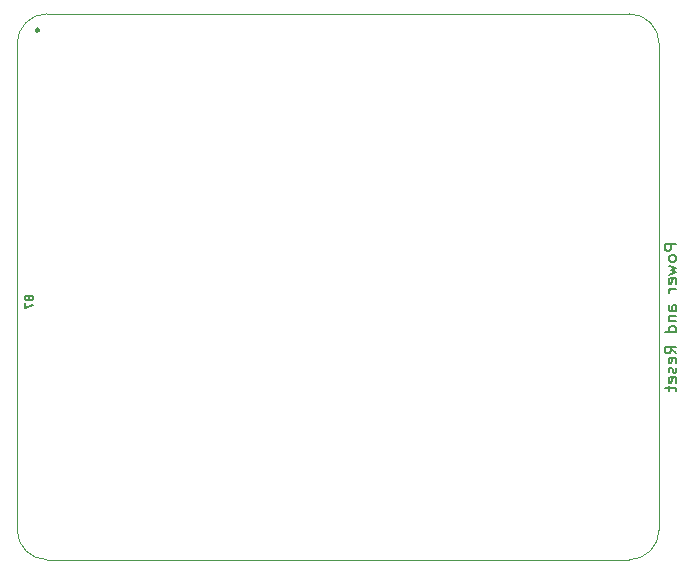
<source format=gbo>
%TF.GenerationSoftware,KiCad,Pcbnew,8.0.7*%
%TF.CreationDate,2025-04-28T18:39:29+02:00*%
%TF.ProjectId,GPIO Controller Board,4750494f-2043-46f6-9e74-726f6c6c6572,Pico GPIO Wide*%
%TF.SameCoordinates,Original*%
%TF.FileFunction,Legend,Bot*%
%TF.FilePolarity,Positive*%
%FSLAX46Y46*%
G04 Gerber Fmt 4.6, Leading zero omitted, Abs format (unit mm)*
G04 Created by KiCad (PCBNEW 8.0.7) date 2025-04-28 18:39:29*
%MOMM*%
%LPD*%
G01*
G04 APERTURE LIST*
%ADD10C,0.150000*%
%ADD11C,0.200000*%
%ADD12C,0.239606*%
%ADD13C,0.100000*%
G04 APERTURE END LIST*
D10*
X-2078655Y23117023D02*
X-2048417Y23026309D01*
X-2048417Y23026309D02*
X-2018179Y22996071D01*
X-2018179Y22996071D02*
X-1957703Y22965833D01*
X-1957703Y22965833D02*
X-1866989Y22965833D01*
X-1866989Y22965833D02*
X-1806513Y22996071D01*
X-1806513Y22996071D02*
X-1776275Y23026309D01*
X-1776275Y23026309D02*
X-1746036Y23086785D01*
X-1746036Y23086785D02*
X-1746036Y23328690D01*
X-1746036Y23328690D02*
X-2381036Y23328690D01*
X-2381036Y23328690D02*
X-2381036Y23117023D01*
X-2381036Y23117023D02*
X-2350798Y23056547D01*
X-2350798Y23056547D02*
X-2320560Y23026309D01*
X-2320560Y23026309D02*
X-2260084Y22996071D01*
X-2260084Y22996071D02*
X-2199608Y22996071D01*
X-2199608Y22996071D02*
X-2139132Y23026309D01*
X-2139132Y23026309D02*
X-2108894Y23056547D01*
X-2108894Y23056547D02*
X-2078655Y23117023D01*
X-2078655Y23117023D02*
X-2078655Y23328690D01*
X-2381036Y22754166D02*
X-2381036Y22330833D01*
X-2381036Y22330833D02*
X-1746036Y22602976D01*
D11*
X52776219Y27732857D02*
X51776219Y27732857D01*
X51776219Y27732857D02*
X51776219Y27351905D01*
X51776219Y27351905D02*
X51823838Y27256667D01*
X51823838Y27256667D02*
X51871457Y27209048D01*
X51871457Y27209048D02*
X51966695Y27161429D01*
X51966695Y27161429D02*
X52109552Y27161429D01*
X52109552Y27161429D02*
X52204790Y27209048D01*
X52204790Y27209048D02*
X52252409Y27256667D01*
X52252409Y27256667D02*
X52300028Y27351905D01*
X52300028Y27351905D02*
X52300028Y27732857D01*
X52776219Y26590000D02*
X52728600Y26685238D01*
X52728600Y26685238D02*
X52680980Y26732857D01*
X52680980Y26732857D02*
X52585742Y26780476D01*
X52585742Y26780476D02*
X52300028Y26780476D01*
X52300028Y26780476D02*
X52204790Y26732857D01*
X52204790Y26732857D02*
X52157171Y26685238D01*
X52157171Y26685238D02*
X52109552Y26590000D01*
X52109552Y26590000D02*
X52109552Y26447143D01*
X52109552Y26447143D02*
X52157171Y26351905D01*
X52157171Y26351905D02*
X52204790Y26304286D01*
X52204790Y26304286D02*
X52300028Y26256667D01*
X52300028Y26256667D02*
X52585742Y26256667D01*
X52585742Y26256667D02*
X52680980Y26304286D01*
X52680980Y26304286D02*
X52728600Y26351905D01*
X52728600Y26351905D02*
X52776219Y26447143D01*
X52776219Y26447143D02*
X52776219Y26590000D01*
X52109552Y25923333D02*
X52776219Y25732857D01*
X52776219Y25732857D02*
X52300028Y25542381D01*
X52300028Y25542381D02*
X52776219Y25351905D01*
X52776219Y25351905D02*
X52109552Y25161429D01*
X52728600Y24399524D02*
X52776219Y24494762D01*
X52776219Y24494762D02*
X52776219Y24685238D01*
X52776219Y24685238D02*
X52728600Y24780476D01*
X52728600Y24780476D02*
X52633361Y24828095D01*
X52633361Y24828095D02*
X52252409Y24828095D01*
X52252409Y24828095D02*
X52157171Y24780476D01*
X52157171Y24780476D02*
X52109552Y24685238D01*
X52109552Y24685238D02*
X52109552Y24494762D01*
X52109552Y24494762D02*
X52157171Y24399524D01*
X52157171Y24399524D02*
X52252409Y24351905D01*
X52252409Y24351905D02*
X52347647Y24351905D01*
X52347647Y24351905D02*
X52442885Y24828095D01*
X52776219Y23923333D02*
X52109552Y23923333D01*
X52300028Y23923333D02*
X52204790Y23875714D01*
X52204790Y23875714D02*
X52157171Y23828095D01*
X52157171Y23828095D02*
X52109552Y23732857D01*
X52109552Y23732857D02*
X52109552Y23637619D01*
X52776219Y22113809D02*
X52252409Y22113809D01*
X52252409Y22113809D02*
X52157171Y22161428D01*
X52157171Y22161428D02*
X52109552Y22256666D01*
X52109552Y22256666D02*
X52109552Y22447142D01*
X52109552Y22447142D02*
X52157171Y22542380D01*
X52728600Y22113809D02*
X52776219Y22209047D01*
X52776219Y22209047D02*
X52776219Y22447142D01*
X52776219Y22447142D02*
X52728600Y22542380D01*
X52728600Y22542380D02*
X52633361Y22589999D01*
X52633361Y22589999D02*
X52538123Y22589999D01*
X52538123Y22589999D02*
X52442885Y22542380D01*
X52442885Y22542380D02*
X52395266Y22447142D01*
X52395266Y22447142D02*
X52395266Y22209047D01*
X52395266Y22209047D02*
X52347647Y22113809D01*
X52109552Y21637618D02*
X52776219Y21637618D01*
X52204790Y21637618D02*
X52157171Y21589999D01*
X52157171Y21589999D02*
X52109552Y21494761D01*
X52109552Y21494761D02*
X52109552Y21351904D01*
X52109552Y21351904D02*
X52157171Y21256666D01*
X52157171Y21256666D02*
X52252409Y21209047D01*
X52252409Y21209047D02*
X52776219Y21209047D01*
X52776219Y20304285D02*
X51776219Y20304285D01*
X52728600Y20304285D02*
X52776219Y20399523D01*
X52776219Y20399523D02*
X52776219Y20589999D01*
X52776219Y20589999D02*
X52728600Y20685237D01*
X52728600Y20685237D02*
X52680980Y20732856D01*
X52680980Y20732856D02*
X52585742Y20780475D01*
X52585742Y20780475D02*
X52300028Y20780475D01*
X52300028Y20780475D02*
X52204790Y20732856D01*
X52204790Y20732856D02*
X52157171Y20685237D01*
X52157171Y20685237D02*
X52109552Y20589999D01*
X52109552Y20589999D02*
X52109552Y20399523D01*
X52109552Y20399523D02*
X52157171Y20304285D01*
X52776219Y18494761D02*
X52300028Y18828094D01*
X52776219Y19066189D02*
X51776219Y19066189D01*
X51776219Y19066189D02*
X51776219Y18685237D01*
X51776219Y18685237D02*
X51823838Y18589999D01*
X51823838Y18589999D02*
X51871457Y18542380D01*
X51871457Y18542380D02*
X51966695Y18494761D01*
X51966695Y18494761D02*
X52109552Y18494761D01*
X52109552Y18494761D02*
X52204790Y18542380D01*
X52204790Y18542380D02*
X52252409Y18589999D01*
X52252409Y18589999D02*
X52300028Y18685237D01*
X52300028Y18685237D02*
X52300028Y19066189D01*
X52728600Y17685237D02*
X52776219Y17780475D01*
X52776219Y17780475D02*
X52776219Y17970951D01*
X52776219Y17970951D02*
X52728600Y18066189D01*
X52728600Y18066189D02*
X52633361Y18113808D01*
X52633361Y18113808D02*
X52252409Y18113808D01*
X52252409Y18113808D02*
X52157171Y18066189D01*
X52157171Y18066189D02*
X52109552Y17970951D01*
X52109552Y17970951D02*
X52109552Y17780475D01*
X52109552Y17780475D02*
X52157171Y17685237D01*
X52157171Y17685237D02*
X52252409Y17637618D01*
X52252409Y17637618D02*
X52347647Y17637618D01*
X52347647Y17637618D02*
X52442885Y18113808D01*
X52728600Y17256665D02*
X52776219Y17161427D01*
X52776219Y17161427D02*
X52776219Y16970951D01*
X52776219Y16970951D02*
X52728600Y16875713D01*
X52728600Y16875713D02*
X52633361Y16828094D01*
X52633361Y16828094D02*
X52585742Y16828094D01*
X52585742Y16828094D02*
X52490504Y16875713D01*
X52490504Y16875713D02*
X52442885Y16970951D01*
X52442885Y16970951D02*
X52442885Y17113808D01*
X52442885Y17113808D02*
X52395266Y17209046D01*
X52395266Y17209046D02*
X52300028Y17256665D01*
X52300028Y17256665D02*
X52252409Y17256665D01*
X52252409Y17256665D02*
X52157171Y17209046D01*
X52157171Y17209046D02*
X52109552Y17113808D01*
X52109552Y17113808D02*
X52109552Y16970951D01*
X52109552Y16970951D02*
X52157171Y16875713D01*
X52728600Y16018570D02*
X52776219Y16113808D01*
X52776219Y16113808D02*
X52776219Y16304284D01*
X52776219Y16304284D02*
X52728600Y16399522D01*
X52728600Y16399522D02*
X52633361Y16447141D01*
X52633361Y16447141D02*
X52252409Y16447141D01*
X52252409Y16447141D02*
X52157171Y16399522D01*
X52157171Y16399522D02*
X52109552Y16304284D01*
X52109552Y16304284D02*
X52109552Y16113808D01*
X52109552Y16113808D02*
X52157171Y16018570D01*
X52157171Y16018570D02*
X52252409Y15970951D01*
X52252409Y15970951D02*
X52347647Y15970951D01*
X52347647Y15970951D02*
X52442885Y16447141D01*
X52109552Y15685236D02*
X52109552Y15304284D01*
X51776219Y15542379D02*
X52633361Y15542379D01*
X52633361Y15542379D02*
X52728600Y15494760D01*
X52728600Y15494760D02*
X52776219Y15399522D01*
X52776219Y15399522D02*
X52776219Y15304284D01*
%TO.C,B7*%
D12*
X-1202802Y45847001D02*
G75*
G02*
X-1442408Y45847001I-119803J0D01*
G01*
X-1442408Y45847001D02*
G75*
G02*
X-1202802Y45847001I119803J0D01*
G01*
D13*
X51308000Y3556000D02*
G75*
G02*
X48768000Y1016000I-2540000J0D01*
G01*
X48768000Y47244000D02*
G75*
G02*
X51308000Y44704000I0J-2540000D01*
G01*
X-508000Y1016000D02*
G75*
G02*
X-3048000Y3556000I100J2540100D01*
G01*
X-3048000Y44704000D02*
G75*
G02*
X-508000Y47244000I2540000J0D01*
G01*
X51308000Y44704000D02*
X51308000Y3556000D01*
X48768000Y1016000D02*
X-508000Y1016000D01*
X48768000Y47244000D02*
X-508000Y47244000D01*
X-3048000Y44704000D02*
X-3048000Y3556000D01*
%TD*%
M02*

</source>
